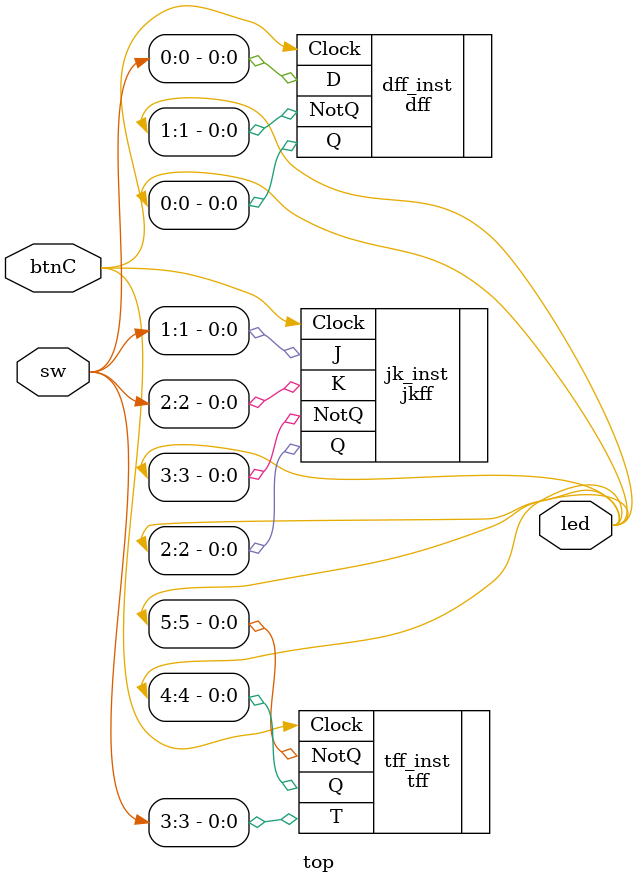
<source format=v>
module top(
    input [5:0] sw,
    input btnC,
    output [5:0] led
);

   dff dff_inst(
        .D(sw[0]),
        .Clock(btnC),
        .Q(led[0]),
        .NotQ(led[1])
    );
    
    jkff jk_inst(
        .J(sw[1]),
        .K(sw[2]),
        .Clock(btnC),
        .Q(led[2]),
        .NotQ(led[3])
    );
    
    tff tff_inst(
        .T(sw[3]),
        .Clock(btnC),
        .Q(led[4]),
        .NotQ(led[5])
    );

endmodule

</source>
